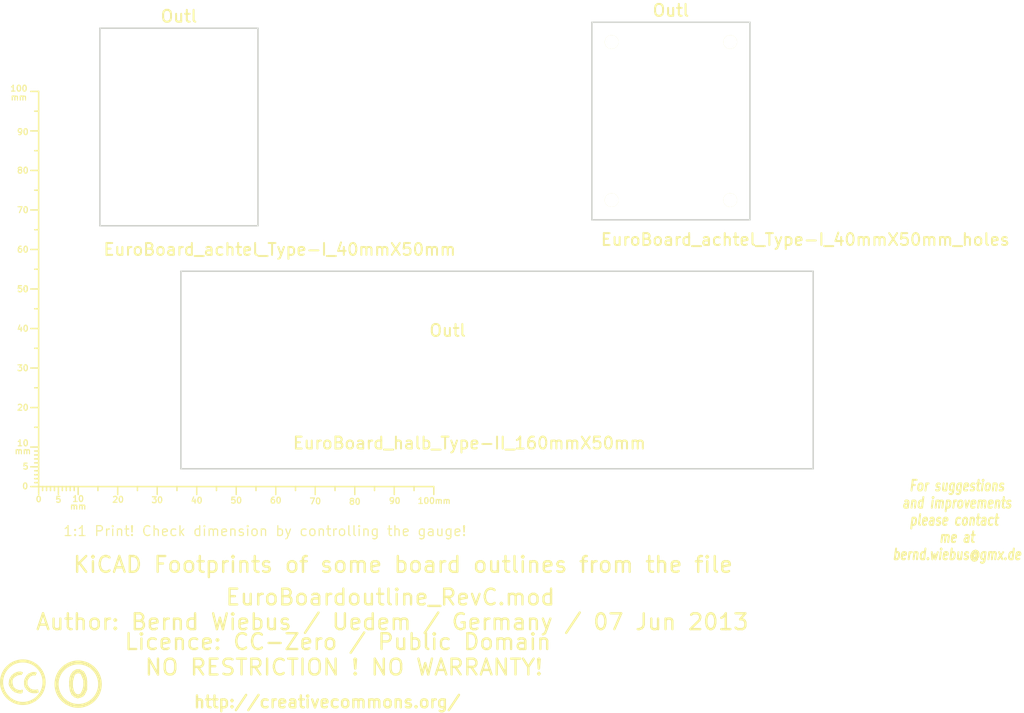
<source format=kicad_pcb>
(kicad_pcb (version 3) (host pcbnew "(2013-03-30 BZR 4007)-stable")

  (general
    (links 0)
    (no_connects 0)
    (area -16.90696 15.4963 284.55359 197.1694)
    (thickness 1.6002)
    (drawings 7)
    (tracks 0)
    (zones 0)
    (modules 6)
    (nets 1)
  )

  (page A4)
  (layers
    (15 Vorderseite signal)
    (0 Rückseite signal)
    (16 B.Adhes user)
    (17 F.Adhes user)
    (18 B.Paste user)
    (19 F.Paste user)
    (20 B.SilkS user)
    (21 F.SilkS user)
    (22 B.Mask user)
    (23 F.Mask user)
    (24 Dwgs.User user)
    (25 Cmts.User user)
    (26 Eco1.User user)
    (27 Eco2.User user)
    (28 Edge.Cuts user)
  )

  (setup
    (last_trace_width 0.2032)
    (trace_clearance 0.254)
    (zone_clearance 0.508)
    (zone_45_only no)
    (trace_min 0.2032)
    (segment_width 0.381)
    (edge_width 0.381)
    (via_size 0.889)
    (via_drill 0.635)
    (via_min_size 0.889)
    (via_min_drill 0.508)
    (uvia_size 0.508)
    (uvia_drill 0.127)
    (uvias_allowed no)
    (uvia_min_size 0.508)
    (uvia_min_drill 0.127)
    (pcb_text_width 0.3048)
    (pcb_text_size 1.524 2.032)
    (mod_edge_width 0.381)
    (mod_text_size 1.524 1.524)
    (mod_text_width 0.3048)
    (pad_size 3.50012 3.50012)
    (pad_drill 3.50012)
    (pad_to_mask_clearance 0.254)
    (aux_axis_origin 0 0)
    (visible_elements 7FFFFFFF)
    (pcbplotparams
      (layerselection 3178497)
      (usegerberextensions true)
      (excludeedgelayer true)
      (linewidth 60)
      (plotframeref false)
      (viasonmask false)
      (mode 1)
      (useauxorigin false)
      (hpglpennumber 1)
      (hpglpenspeed 20)
      (hpglpendiameter 15)
      (hpglpenoverlay 0)
      (psnegative false)
      (psa4output false)
      (plotreference true)
      (plotvalue true)
      (plotothertext true)
      (plotinvisibletext false)
      (padsonsilk false)
      (subtractmaskfromsilk false)
      (outputformat 1)
      (mirror false)
      (drillshape 1)
      (scaleselection 1)
      (outputdirectory ""))
  )

  (net 0 "")

  (net_class Default "Dies ist die voreingestellte Netzklasse."
    (clearance 0.254)
    (trace_width 0.2032)
    (via_dia 0.889)
    (via_drill 0.635)
    (uvia_dia 0.508)
    (uvia_drill 0.127)
    (add_net "")
  )

  (module EuroBoard_achtel_Type-I_40mmX50mm_holes (layer Vorderseite) (tedit 51B19E70) (tstamp 51AE1E64)
    (at 165 70.5)
    (descr "Outline, Eurocard 1/8, Type I,  40x50mm, with holes 3,5mm,")
    (tags "Outline, Eurocard 1/8, Type I, 40x50mm, with holes 3,5mm,")
    (fp_text reference Outl (at 19.99996 -52.99964) (layer F.SilkS)
      (effects (font (size 2.99974 2.99974) (thickness 0.50038)))
    )
    (fp_text value EuroBoard_achtel_Type-I_40mmX50mm_holes (at 54 5) (layer F.SilkS)
      (effects (font (size 3.00228 3.00228) (thickness 0.50038)))
    )
    (fp_line (start 0 0) (end 39.99992 0) (layer Edge.Cuts) (width 0.381))
    (fp_line (start 39.99992 0) (end 39.99992 -49.9999) (layer Edge.Cuts) (width 0.381))
    (fp_line (start 39.99992 -49.9999) (end 0 -49.9999) (layer Edge.Cuts) (width 0.381))
    (fp_line (start 0 -49.9999) (end 0 0) (layer Edge.Cuts) (width 0.381))
    (pad "" np_thru_hole circle (at 5.00126 -5.00126) (size 3.50012 3.50012) (drill 3.50012)
      (layers *.Cu *.Mask F.SilkS)
    )
    (pad "" np_thru_hole circle (at 5.00126 -45.00118) (size 3.50012 3.50012) (drill 3.50012)
      (layers *.Cu *.Mask F.SilkS)
    )
    (pad "" np_thru_hole circle (at 35.0012 -45.00118) (size 3.50012 3.50012) (drill 3.50012)
      (layers *.Cu *.Mask F.SilkS)
    )
    (pad "" np_thru_hole circle (at 35.0012 -5.00126) (size 3.50012 3.50012) (drill 3.50012)
      (layers *.Cu *.Mask F.SilkS)
    )
  )

  (module Gauge_100mm_Type2_SilkScreenTop_RevA_Date22Jun2010 (layer Vorderseite) (tedit 4D963937) (tstamp 4D88F07A)
    (at 25 138)
    (descr "Gauge, Massstab, 100mm, SilkScreenTop, Type 2,")
    (tags "Gauge, Massstab, 100mm, SilkScreenTop, Type 2,")
    (path Gauge_100mm_Type2_SilkScreenTop_RevA_Date22Jun2010)
    (fp_text reference MSC (at 4.0005 8.99922) (layer F.SilkS) hide
      (effects (font (size 1.524 1.524) (thickness 0.3048)))
    )
    (fp_text value Gauge_100mm_Type2_SilkScreenTop_RevA_Date22Jun2010 (at 45.9994 8.99922) (layer F.SilkS) hide
      (effects (font (size 1.524 1.524) (thickness 0.3048)))
    )
    (fp_text user mm (at 9.99998 5.00126) (layer F.SilkS)
      (effects (font (size 1.524 1.524) (thickness 0.3048)))
    )
    (fp_text user mm (at -4.0005 -8.99922) (layer F.SilkS)
      (effects (font (size 1.524 1.524) (thickness 0.3048)))
    )
    (fp_text user mm (at -5.00126 -98.5012) (layer F.SilkS)
      (effects (font (size 1.524 1.524) (thickness 0.3048)))
    )
    (fp_text user 10 (at 10.00506 3.0988) (layer F.SilkS)
      (effects (font (size 1.50114 1.50114) (thickness 0.29972)))
    )
    (fp_text user 0 (at 0.00508 3.19786) (layer F.SilkS)
      (effects (font (size 1.39954 1.50114) (thickness 0.29972)))
    )
    (fp_text user 5 (at 5.0038 3.29946) (layer F.SilkS)
      (effects (font (size 1.50114 1.50114) (thickness 0.29972)))
    )
    (fp_text user 20 (at 20.1041 3.29946) (layer F.SilkS)
      (effects (font (size 1.50114 1.50114) (thickness 0.29972)))
    )
    (fp_text user 30 (at 30.00502 3.39852) (layer F.SilkS)
      (effects (font (size 1.50114 1.50114) (thickness 0.29972)))
    )
    (fp_text user 40 (at 40.005 3.50012) (layer F.SilkS)
      (effects (font (size 1.50114 1.50114) (thickness 0.29972)))
    )
    (fp_text user 50 (at 50.00498 3.50012) (layer F.SilkS)
      (effects (font (size 1.50114 1.50114) (thickness 0.29972)))
    )
    (fp_text user 60 (at 60.00496 3.50012) (layer F.SilkS)
      (effects (font (size 1.50114 1.50114) (thickness 0.29972)))
    )
    (fp_text user 70 (at 70.00494 3.70078) (layer F.SilkS)
      (effects (font (size 1.50114 1.50114) (thickness 0.29972)))
    )
    (fp_text user 80 (at 80.00492 3.79984) (layer F.SilkS)
      (effects (font (size 1.50114 1.50114) (thickness 0.29972)))
    )
    (fp_text user 90 (at 90.1065 3.60172) (layer F.SilkS)
      (effects (font (size 1.50114 1.50114) (thickness 0.29972)))
    )
    (fp_text user 100mm (at 100.10648 3.60172) (layer F.SilkS)
      (effects (font (size 1.50114 1.50114) (thickness 0.29972)))
    )
    (fp_line (start 0 -8.99922) (end -1.00076 -8.99922) (layer F.SilkS) (width 0.381))
    (fp_line (start 0 -8.001) (end -1.00076 -8.001) (layer F.SilkS) (width 0.381))
    (fp_line (start 0 -7.00024) (end -1.00076 -7.00024) (layer F.SilkS) (width 0.381))
    (fp_line (start 0 -5.99948) (end -1.00076 -5.99948) (layer F.SilkS) (width 0.381))
    (fp_line (start 0 -4.0005) (end -1.00076 -4.0005) (layer F.SilkS) (width 0.381))
    (fp_line (start 0 -2.99974) (end -1.00076 -2.99974) (layer F.SilkS) (width 0.381))
    (fp_line (start 0 -1.99898) (end -1.00076 -1.99898) (layer F.SilkS) (width 0.381))
    (fp_line (start 0 -1.00076) (end -1.00076 -1.00076) (layer F.SilkS) (width 0.381))
    (fp_line (start 0 0) (end -1.99898 0) (layer F.SilkS) (width 0.381))
    (fp_line (start 0 -5.00126) (end -1.99898 -5.00126) (layer F.SilkS) (width 0.381))
    (fp_line (start 0 -9.99998) (end -1.99898 -9.99998) (layer F.SilkS) (width 0.381))
    (fp_line (start 0 -15.00124) (end -1.00076 -15.00124) (layer F.SilkS) (width 0.381))
    (fp_line (start 0 -19.99996) (end -1.99898 -19.99996) (layer F.SilkS) (width 0.381))
    (fp_line (start 0 -25.00122) (end -1.00076 -25.00122) (layer F.SilkS) (width 0.381))
    (fp_line (start 0 -29.99994) (end -1.99898 -29.99994) (layer F.SilkS) (width 0.381))
    (fp_line (start 0 -35.0012) (end -1.00076 -35.0012) (layer F.SilkS) (width 0.381))
    (fp_line (start 0 -39.99992) (end -1.99898 -39.99992) (layer F.SilkS) (width 0.381))
    (fp_line (start 0 -45.00118) (end -1.00076 -45.00118) (layer F.SilkS) (width 0.381))
    (fp_line (start 0 -49.9999) (end -1.99898 -49.9999) (layer F.SilkS) (width 0.381))
    (fp_line (start 0 -55.00116) (end -1.00076 -55.00116) (layer F.SilkS) (width 0.381))
    (fp_line (start 0 -59.99988) (end -1.99898 -59.99988) (layer F.SilkS) (width 0.381))
    (fp_line (start 0 -65.00114) (end -1.00076 -65.00114) (layer F.SilkS) (width 0.381))
    (fp_line (start 0 -69.99986) (end -1.99898 -69.99986) (layer F.SilkS) (width 0.381))
    (fp_line (start 0 -75.00112) (end -1.00076 -75.00112) (layer F.SilkS) (width 0.381))
    (fp_line (start 0 -79.99984) (end -1.99898 -79.99984) (layer F.SilkS) (width 0.381))
    (fp_line (start 0 -85.0011) (end -1.00076 -85.0011) (layer F.SilkS) (width 0.381))
    (fp_line (start 0 -89.99982) (end -1.99898 -89.99982) (layer F.SilkS) (width 0.381))
    (fp_line (start 0 -95.00108) (end -1.00076 -95.00108) (layer F.SilkS) (width 0.381))
    (fp_line (start 0 0) (end 0 -99.9998) (layer F.SilkS) (width 0.381))
    (fp_line (start 0 -99.9998) (end -1.99898 -99.9998) (layer F.SilkS) (width 0.381))
    (fp_text user 100 (at -4.99872 -100.7491) (layer F.SilkS)
      (effects (font (size 1.50114 1.50114) (thickness 0.29972)))
    )
    (fp_text user 90 (at -4.0005 -89.7509) (layer F.SilkS)
      (effects (font (size 1.50114 1.50114) (thickness 0.29972)))
    )
    (fp_text user 80 (at -4.0005 -79.99984) (layer F.SilkS)
      (effects (font (size 1.50114 1.50114) (thickness 0.29972)))
    )
    (fp_text user 70 (at -4.0005 -69.99986) (layer F.SilkS)
      (effects (font (size 1.50114 1.50114) (thickness 0.29972)))
    )
    (fp_text user 60 (at -4.0005 -59.99988) (layer F.SilkS)
      (effects (font (size 1.50114 1.50114) (thickness 0.29972)))
    )
    (fp_text user 50 (at -4.0005 -49.9999) (layer F.SilkS)
      (effects (font (size 1.50114 1.50114) (thickness 0.34036)))
    )
    (fp_text user 40 (at -4.0005 -39.99992) (layer F.SilkS)
      (effects (font (size 1.50114 1.50114) (thickness 0.29972)))
    )
    (fp_text user 30 (at -4.0005 -29.99994) (layer F.SilkS)
      (effects (font (size 1.50114 1.50114) (thickness 0.29972)))
    )
    (fp_text user 20 (at -4.0005 -19.99996) (layer F.SilkS)
      (effects (font (size 1.50114 1.50114) (thickness 0.29972)))
    )
    (fp_line (start 95.00108 0) (end 95.00108 1.00076) (layer F.SilkS) (width 0.381))
    (fp_line (start 89.99982 0) (end 89.99982 1.99898) (layer F.SilkS) (width 0.381))
    (fp_line (start 85.0011 0) (end 85.0011 1.00076) (layer F.SilkS) (width 0.381))
    (fp_line (start 79.99984 0) (end 79.99984 1.99898) (layer F.SilkS) (width 0.381))
    (fp_line (start 75.00112 0) (end 75.00112 1.00076) (layer F.SilkS) (width 0.381))
    (fp_line (start 69.99986 0) (end 69.99986 1.99898) (layer F.SilkS) (width 0.381))
    (fp_line (start 65.00114 0) (end 65.00114 1.00076) (layer F.SilkS) (width 0.381))
    (fp_line (start 59.99988 0) (end 59.99988 1.99898) (layer F.SilkS) (width 0.381))
    (fp_line (start 55.00116 0) (end 55.00116 1.00076) (layer F.SilkS) (width 0.381))
    (fp_line (start 49.9999 0) (end 49.9999 1.99898) (layer F.SilkS) (width 0.381))
    (fp_line (start 45.00118 0) (end 45.00118 1.00076) (layer F.SilkS) (width 0.381))
    (fp_line (start 39.99992 0) (end 39.99992 1.99898) (layer F.SilkS) (width 0.381))
    (fp_line (start 35.0012 0) (end 35.0012 1.00076) (layer F.SilkS) (width 0.381))
    (fp_line (start 29.99994 0) (end 29.99994 1.99898) (layer F.SilkS) (width 0.381))
    (fp_line (start 25.00122 0) (end 25.00122 1.00076) (layer F.SilkS) (width 0.381))
    (fp_line (start 19.99996 0) (end 19.99996 1.99898) (layer F.SilkS) (width 0.381))
    (fp_line (start 15.00124 0) (end 15.00124 1.00076) (layer F.SilkS) (width 0.381))
    (fp_line (start 9.99998 0) (end 99.9998 0) (layer F.SilkS) (width 0.381))
    (fp_line (start 99.9998 0) (end 99.9998 1.99898) (layer F.SilkS) (width 0.381))
    (fp_text user 5 (at -3.302 -5.10286) (layer F.SilkS)
      (effects (font (size 1.50114 1.50114) (thickness 0.29972)))
    )
    (fp_text user 0 (at -3.4036 -0.10414) (layer F.SilkS)
      (effects (font (size 1.50114 1.50114) (thickness 0.29972)))
    )
    (fp_text user 10 (at -4.0005 -11.00074) (layer F.SilkS)
      (effects (font (size 1.50114 1.50114) (thickness 0.29972)))
    )
    (fp_line (start 8.99922 0) (end 8.99922 1.00076) (layer F.SilkS) (width 0.381))
    (fp_line (start 8.001 0) (end 8.001 1.00076) (layer F.SilkS) (width 0.381))
    (fp_line (start 7.00024 0) (end 7.00024 1.00076) (layer F.SilkS) (width 0.381))
    (fp_line (start 5.99948 0) (end 5.99948 1.00076) (layer F.SilkS) (width 0.381))
    (fp_line (start 4.0005 0) (end 4.0005 1.00076) (layer F.SilkS) (width 0.381))
    (fp_line (start 2.99974 0) (end 2.99974 1.00076) (layer F.SilkS) (width 0.381))
    (fp_line (start 1.99898 0) (end 1.99898 1.00076) (layer F.SilkS) (width 0.381))
    (fp_line (start 1.00076 0) (end 1.00076 1.00076) (layer F.SilkS) (width 0.381))
    (fp_line (start 5.00126 0) (end 5.00126 1.99898) (layer F.SilkS) (width 0.381))
    (fp_line (start 0 0) (end 0 1.99898) (layer F.SilkS) (width 0.381))
    (fp_line (start 0 0) (end 9.99998 0) (layer F.SilkS) (width 0.381))
    (fp_line (start 9.99998 0) (end 9.99998 1.99898) (layer F.SilkS) (width 0.381))
  )

  (module Symbol_CC-PublicDomain_SilkScreenTop_Big (layer Vorderseite) (tedit 515D641F) (tstamp 515F0B64)
    (at 35 188)
    (descr "Symbol, CC-PublicDomain, SilkScreen Top, Big,")
    (tags "Symbol, CC-PublicDomain, SilkScreen Top, Big,")
    (path Symbol_CC-Noncommercial_CopperTop_Big)
    (fp_text reference Sym (at 0.59944 -7.29996) (layer F.SilkS) hide
      (effects (font (size 1.524 1.524) (thickness 0.3048)))
    )
    (fp_text value Symbol_CC-PublicDomain_SilkScreenTop_Big (at 0.59944 8.001) (layer F.SilkS) hide
      (effects (font (size 1.524 1.524) (thickness 0.3048)))
    )
    (fp_circle (center 0 0) (end 5.8 -0.05) (layer F.SilkS) (width 0.381))
    (fp_circle (center 0 0) (end 5.5 0) (layer F.SilkS) (width 0.381))
    (fp_circle (center 0.05 0) (end 5.25 0) (layer F.SilkS) (width 0.381))
    (fp_line (start 1.1 -2.5) (end 1.4 -1.9) (layer F.SilkS) (width 0.381))
    (fp_line (start -1.8 1.2) (end -1.6 1.9) (layer F.SilkS) (width 0.381))
    (fp_line (start -1.6 1.9) (end -1.2 2.5) (layer F.SilkS) (width 0.381))
    (fp_line (start 0 -3) (end 0.75 -2.75) (layer F.SilkS) (width 0.381))
    (fp_line (start 0.75 -2.75) (end 1 -2.25) (layer F.SilkS) (width 0.381))
    (fp_line (start 1 -2.25) (end 1.5 -1) (layer F.SilkS) (width 0.381))
    (fp_line (start 1.5 -1) (end 1.5 -0.5) (layer F.SilkS) (width 0.381))
    (fp_line (start 1.5 -0.5) (end 1.5 0.5) (layer F.SilkS) (width 0.381))
    (fp_line (start 1.5 0.5) (end 1.25 1.5) (layer F.SilkS) (width 0.381))
    (fp_line (start 1.25 1.5) (end 0.75 2.5) (layer F.SilkS) (width 0.381))
    (fp_line (start 0.75 2.5) (end 0.25 2.75) (layer F.SilkS) (width 0.381))
    (fp_line (start 0.25 2.75) (end -0.25 2.75) (layer F.SilkS) (width 0.381))
    (fp_line (start -0.25 2.75) (end -0.75 2.5) (layer F.SilkS) (width 0.381))
    (fp_line (start -0.75 2.5) (end -1.25 1.75) (layer F.SilkS) (width 0.381))
    (fp_line (start -1.25 1.75) (end -1.5 0.75) (layer F.SilkS) (width 0.381))
    (fp_line (start -1.5 0.75) (end -1.5 -0.75) (layer F.SilkS) (width 0.381))
    (fp_line (start -1.5 -0.75) (end -1.25 -1.75) (layer F.SilkS) (width 0.381))
    (fp_line (start -1.25 -1.75) (end -1 -2.5) (layer F.SilkS) (width 0.381))
    (fp_line (start -1 -2.5) (end -0.3 -2.9) (layer F.SilkS) (width 0.381))
    (fp_line (start -0.3 -2.9) (end 0.2 -3) (layer F.SilkS) (width 0.381))
    (fp_line (start 0.2 -3) (end 0.8 -3) (layer F.SilkS) (width 0.381))
    (fp_line (start 0.8 -3) (end 1.4 -2.3) (layer F.SilkS) (width 0.381))
    (fp_line (start 1.4 -2.3) (end 1.6 -1.4) (layer F.SilkS) (width 0.381))
    (fp_line (start 1.6 -1.4) (end 1.7 -0.3) (layer F.SilkS) (width 0.381))
    (fp_line (start 1.7 -0.3) (end 1.7 0.9) (layer F.SilkS) (width 0.381))
    (fp_line (start 1.7 0.9) (end 1.4 1.8) (layer F.SilkS) (width 0.381))
    (fp_line (start 1.4 1.8) (end 1 2.7) (layer F.SilkS) (width 0.381))
    (fp_line (start 1 2.7) (end 0.5 3) (layer F.SilkS) (width 0.381))
    (fp_line (start 0.5 3) (end -0.4 3) (layer F.SilkS) (width 0.381))
    (fp_line (start -0.4 3) (end -1.3 2.3) (layer F.SilkS) (width 0.381))
    (fp_line (start -1.3 2.3) (end -1.7 1) (layer F.SilkS) (width 0.381))
    (fp_line (start -1.7 1) (end -1.8 -0.7) (layer F.SilkS) (width 0.381))
    (fp_line (start -1.8 -0.7) (end -1.4 -2.2) (layer F.SilkS) (width 0.381))
    (fp_line (start -1.4 -2.2) (end -1 -2.9) (layer F.SilkS) (width 0.381))
    (fp_line (start -1 -2.9) (end -0.2 -3.3) (layer F.SilkS) (width 0.381))
    (fp_line (start -0.2 -3.3) (end 0.7 -3.2) (layer F.SilkS) (width 0.381))
    (fp_line (start 0.7 -3.2) (end 1.3 -3.1) (layer F.SilkS) (width 0.381))
    (fp_line (start 1.3 -3.1) (end 1.7 -2.4) (layer F.SilkS) (width 0.381))
    (fp_line (start 1.7 -2.4) (end 2 -1.6) (layer F.SilkS) (width 0.381))
    (fp_line (start 2 -1.6) (end 2.1 -0.6) (layer F.SilkS) (width 0.381))
    (fp_line (start 2.1 -0.6) (end 2.1 0.3) (layer F.SilkS) (width 0.381))
    (fp_line (start 2.1 0.3) (end 2.1 1.3) (layer F.SilkS) (width 0.381))
    (fp_line (start 2.1 1.3) (end 1.9 1.8) (layer F.SilkS) (width 0.381))
    (fp_line (start 1.9 1.8) (end 1.5 2.6) (layer F.SilkS) (width 0.381))
    (fp_line (start 1.5 2.6) (end 1.1 3) (layer F.SilkS) (width 0.381))
    (fp_line (start 1.1 3) (end 0.4 3.3) (layer F.SilkS) (width 0.381))
    (fp_line (start 0.4 3.3) (end -0.1 3.4) (layer F.SilkS) (width 0.381))
    (fp_line (start -0.1 3.4) (end -0.8 3.2) (layer F.SilkS) (width 0.381))
    (fp_line (start -0.8 3.2) (end -1.5 2.6) (layer F.SilkS) (width 0.381))
    (fp_line (start -1.5 2.6) (end -1.9 1.7) (layer F.SilkS) (width 0.381))
    (fp_line (start -1.9 1.7) (end -2.1 0.4) (layer F.SilkS) (width 0.381))
    (fp_line (start -2.1 0.4) (end -2.1 -0.6) (layer F.SilkS) (width 0.381))
    (fp_line (start -2.1 -0.6) (end -2 -1.6) (layer F.SilkS) (width 0.381))
    (fp_line (start -2 -1.6) (end -1.7 -2.4) (layer F.SilkS) (width 0.381))
    (fp_line (start -1.7 -2.4) (end -1.2 -3.1) (layer F.SilkS) (width 0.381))
    (fp_line (start -1.2 -3.1) (end -0.4 -3.6) (layer F.SilkS) (width 0.381))
    (fp_line (start -0.4 -3.6) (end 0.4 -3.6) (layer F.SilkS) (width 0.381))
    (fp_line (start 0.4 -3.6) (end 1.1 -3.2) (layer F.SilkS) (width 0.381))
    (fp_line (start 1.1 -3.2) (end 1.1 -2.9) (layer F.SilkS) (width 0.381))
    (fp_line (start 1.1 -2.9) (end 1.8 -1.5) (layer F.SilkS) (width 0.381))
    (fp_line (start 1.8 -1.5) (end 1.8 -0.4) (layer F.SilkS) (width 0.381))
    (fp_line (start 1.8 -0.4) (end 1.8 1.1) (layer F.SilkS) (width 0.381))
    (fp_line (start 1.8 1.1) (end 1.2 2.6) (layer F.SilkS) (width 0.381))
    (fp_line (start 1.2 2.6) (end 0.2 3.2) (layer F.SilkS) (width 0.381))
    (fp_line (start 0.2 3.2) (end -0.5 3.2) (layer F.SilkS) (width 0.381))
    (fp_line (start -0.5 3.2) (end -1.1 2.7) (layer F.SilkS) (width 0.381))
    (fp_line (start -1.1 2.7) (end -1.9 0.6) (layer F.SilkS) (width 0.381))
    (fp_line (start -1.9 0.6) (end -1.7 -1.9) (layer F.SilkS) (width 0.381))
  )

  (module Symbol_CreativeCommons_SilkScreenTop_Type2_Big (layer Vorderseite) (tedit 515D640C) (tstamp 515F46B2)
    (at 21 187.5)
    (descr "Symbol, Creative Commons, SilkScreen Top, Type 2, Big,")
    (tags "Symbol, Creative Commons, SilkScreen Top, Type 2, Big,")
    (path Symbol_CreativeCommons_CopperTop_Type2_Big)
    (fp_text reference Sym (at 0.59944 -7.29996) (layer F.SilkS) hide
      (effects (font (size 1.524 1.524) (thickness 0.3048)))
    )
    (fp_text value Symbol_CreativeCommons_Typ2_SilkScreenTop_Big (at 0.59944 8.001) (layer F.SilkS) hide
      (effects (font (size 1.524 1.524) (thickness 0.3048)))
    )
    (fp_line (start -0.70104 2.70002) (end -0.29972 2.60096) (layer F.SilkS) (width 0.381))
    (fp_line (start -0.29972 2.60096) (end -0.20066 2.10058) (layer F.SilkS) (width 0.381))
    (fp_line (start -2.49936 -1.69926) (end -2.70002 -1.6002) (layer F.SilkS) (width 0.381))
    (fp_line (start -2.70002 -1.6002) (end -3.0988 -1.00076) (layer F.SilkS) (width 0.381))
    (fp_line (start -3.0988 -1.00076) (end -3.29946 -0.50038) (layer F.SilkS) (width 0.381))
    (fp_line (start -3.29946 -0.50038) (end -3.40106 0.39878) (layer F.SilkS) (width 0.381))
    (fp_line (start -3.40106 0.39878) (end -3.29946 0.89916) (layer F.SilkS) (width 0.381))
    (fp_line (start -0.19812 2.4003) (end -0.29718 2.59842) (layer F.SilkS) (width 0.381))
    (fp_line (start 3.70078 2.10058) (end 3.79984 2.4003) (layer F.SilkS) (width 0.381))
    (fp_line (start 2.99974 -2.4003) (end 3.29946 -2.30124) (layer F.SilkS) (width 0.381))
    (fp_line (start 3.29946 -2.30124) (end 3.0988 -1.99898) (layer F.SilkS) (width 0.381))
    (fp_line (start 0 -5.40004) (end -0.50038 -5.40004) (layer F.SilkS) (width 0.381))
    (fp_line (start -0.50038 -5.40004) (end -1.30048 -5.10032) (layer F.SilkS) (width 0.381))
    (fp_line (start -1.30048 -5.10032) (end -1.99898 -4.89966) (layer F.SilkS) (width 0.381))
    (fp_line (start -1.99898 -4.89966) (end -2.70002 -4.699) (layer F.SilkS) (width 0.381))
    (fp_line (start -2.70002 -4.699) (end -3.29946 -4.20116) (layer F.SilkS) (width 0.381))
    (fp_line (start -3.29946 -4.20116) (end -4.0005 -3.59918) (layer F.SilkS) (width 0.381))
    (fp_line (start -4.0005 -3.59918) (end -4.50088 -2.99974) (layer F.SilkS) (width 0.381))
    (fp_line (start -4.50088 -2.99974) (end -5.00126 -2.10058) (layer F.SilkS) (width 0.381))
    (fp_line (start -5.00126 -2.10058) (end -5.30098 -1.09982) (layer F.SilkS) (width 0.381))
    (fp_line (start -5.30098 -1.09982) (end -5.40004 0.09906) (layer F.SilkS) (width 0.381))
    (fp_line (start -5.40004 0.09906) (end -5.19938 1.30048) (layer F.SilkS) (width 0.381))
    (fp_line (start -5.19938 1.30048) (end -4.8006 2.4003) (layer F.SilkS) (width 0.381))
    (fp_line (start -4.8006 2.4003) (end -3.79984 3.8989) (layer F.SilkS) (width 0.381))
    (fp_line (start -3.79984 3.8989) (end -2.60096 4.8006) (layer F.SilkS) (width 0.381))
    (fp_line (start -2.60096 4.8006) (end -1.30048 5.30098) (layer F.SilkS) (width 0.381))
    (fp_line (start -1.30048 5.30098) (end 0.09906 5.30098) (layer F.SilkS) (width 0.381))
    (fp_line (start 0.09906 5.30098) (end 1.6002 5.19938) (layer F.SilkS) (width 0.381))
    (fp_line (start 1.6002 5.19938) (end 2.60096 4.699) (layer F.SilkS) (width 0.381))
    (fp_line (start 2.60096 4.699) (end 4.20116 3.40106) (layer F.SilkS) (width 0.381))
    (fp_line (start 4.20116 3.40106) (end 5.00126 1.80086) (layer F.SilkS) (width 0.381))
    (fp_line (start 5.00126 1.80086) (end 5.40004 0.29972) (layer F.SilkS) (width 0.381))
    (fp_line (start 5.40004 0.29972) (end 5.19938 -1.39954) (layer F.SilkS) (width 0.381))
    (fp_line (start 5.19938 -1.39954) (end 4.699 -2.49936) (layer F.SilkS) (width 0.381))
    (fp_line (start 4.699 -2.49936) (end 3.40106 -4.09956) (layer F.SilkS) (width 0.381))
    (fp_line (start 3.40106 -4.09956) (end 2.4003 -4.8006) (layer F.SilkS) (width 0.381))
    (fp_line (start 2.4003 -4.8006) (end 1.39954 -5.19938) (layer F.SilkS) (width 0.381))
    (fp_line (start 1.39954 -5.19938) (end 0 -5.30098) (layer F.SilkS) (width 0.381))
    (fp_line (start 0.60198 -0.70104) (end 0.50292 -0.20066) (layer F.SilkS) (width 0.381))
    (fp_line (start 0.50292 -0.20066) (end 0.50292 0.49784) (layer F.SilkS) (width 0.381))
    (fp_line (start 0.50292 0.49784) (end 0.60198 1.09982) (layer F.SilkS) (width 0.381))
    (fp_line (start 0.60198 1.09982) (end 1.00076 1.69926) (layer F.SilkS) (width 0.381))
    (fp_line (start 1.00076 1.69926) (end 1.50114 2.19964) (layer F.SilkS) (width 0.381))
    (fp_line (start 1.50114 2.19964) (end 2.10058 2.49936) (layer F.SilkS) (width 0.381))
    (fp_line (start 2.10058 2.49936) (end 2.60096 2.59842) (layer F.SilkS) (width 0.381))
    (fp_line (start 2.60096 2.59842) (end 3.00228 2.59842) (layer F.SilkS) (width 0.381))
    (fp_line (start 3.00228 2.59842) (end 3.40106 2.59842) (layer F.SilkS) (width 0.381))
    (fp_line (start 3.40106 2.59842) (end 3.80238 2.49936) (layer F.SilkS) (width 0.381))
    (fp_line (start 3.80238 2.49936) (end 3.70078 2.2987) (layer F.SilkS) (width 0.381))
    (fp_line (start 3.70078 2.2987) (end 2.80162 2.4003) (layer F.SilkS) (width 0.381))
    (fp_line (start 2.80162 2.4003) (end 1.80086 2.09804) (layer F.SilkS) (width 0.381))
    (fp_line (start 1.80086 2.09804) (end 1.20142 1.6002) (layer F.SilkS) (width 0.381))
    (fp_line (start 1.20142 1.6002) (end 0.80264 0.6985) (layer F.SilkS) (width 0.381))
    (fp_line (start 0.80264 0.6985) (end 0.70104 -0.29972) (layer F.SilkS) (width 0.381))
    (fp_line (start 0.70104 -0.29972) (end 1.00076 -1.00076) (layer F.SilkS) (width 0.381))
    (fp_line (start 1.00076 -1.00076) (end 1.60274 -1.7018) (layer F.SilkS) (width 0.381))
    (fp_line (start 1.60274 -1.7018) (end 2.30124 -2.10058) (layer F.SilkS) (width 0.381))
    (fp_line (start 2.30124 -2.10058) (end 3.00228 -2.10058) (layer F.SilkS) (width 0.381))
    (fp_line (start 3.00228 -2.10058) (end 3.10134 -1.89992) (layer F.SilkS) (width 0.381))
    (fp_line (start 3.10134 -1.89992) (end 2.5019 -1.89992) (layer F.SilkS) (width 0.381))
    (fp_line (start 2.5019 -1.89992) (end 1.80086 -1.6002) (layer F.SilkS) (width 0.381))
    (fp_line (start 1.80086 -1.6002) (end 1.30048 -1.00076) (layer F.SilkS) (width 0.381))
    (fp_line (start 1.30048 -1.00076) (end 1.00076 -0.40132) (layer F.SilkS) (width 0.381))
    (fp_line (start 1.00076 -0.40132) (end 1.00076 0.09906) (layer F.SilkS) (width 0.381))
    (fp_line (start 1.00076 0.09906) (end 1.00076 0.6985) (layer F.SilkS) (width 0.381))
    (fp_line (start 1.00076 0.6985) (end 1.30048 1.19888) (layer F.SilkS) (width 0.381))
    (fp_line (start 1.30048 1.19888) (end 1.7018 1.69926) (layer F.SilkS) (width 0.381))
    (fp_line (start 1.7018 1.69926) (end 2.30124 1.99898) (layer F.SilkS) (width 0.381))
    (fp_line (start 2.30124 1.99898) (end 2.90068 2.09804) (layer F.SilkS) (width 0.381))
    (fp_line (start 2.90068 2.09804) (end 3.40106 2.09804) (layer F.SilkS) (width 0.381))
    (fp_line (start 3.40106 2.09804) (end 3.70078 1.99898) (layer F.SilkS) (width 0.381))
    (fp_line (start 3.00228 -2.4003) (end 2.40284 -2.4003) (layer F.SilkS) (width 0.381))
    (fp_line (start 2.40284 -2.4003) (end 2.00152 -2.20218) (layer F.SilkS) (width 0.381))
    (fp_line (start 2.00152 -2.20218) (end 1.50114 -2.00152) (layer F.SilkS) (width 0.381))
    (fp_line (start 1.50114 -2.00152) (end 1.10236 -1.6002) (layer F.SilkS) (width 0.381))
    (fp_line (start 1.10236 -1.6002) (end 0.80264 -1.09982) (layer F.SilkS) (width 0.381))
    (fp_line (start 0.80264 -1.09982) (end 0.60198 -0.70104) (layer F.SilkS) (width 0.381))
    (fp_line (start -0.39878 -1.99898) (end -0.89916 -1.99898) (layer F.SilkS) (width 0.381))
    (fp_line (start -0.89916 -1.99898) (end -1.39954 -1.89738) (layer F.SilkS) (width 0.381))
    (fp_line (start -1.39954 -1.89738) (end -1.89992 -1.59766) (layer F.SilkS) (width 0.381))
    (fp_line (start -1.89992 -1.59766) (end -2.4003 -1.19888) (layer F.SilkS) (width 0.381))
    (fp_line (start -2.4003 -1.30048) (end -2.70002 -0.8001) (layer F.SilkS) (width 0.381))
    (fp_line (start -2.70002 -0.8001) (end -2.79908 -0.29972) (layer F.SilkS) (width 0.381))
    (fp_line (start -2.79908 -0.29972) (end -2.79908 0.20066) (layer F.SilkS) (width 0.381))
    (fp_line (start -2.79908 0.20066) (end -2.59842 1.00076) (layer F.SilkS) (width 0.381))
    (fp_line (start -2.69748 1.00076) (end -2.39776 1.39954) (layer F.SilkS) (width 0.381))
    (fp_line (start -2.29616 1.4986) (end -1.79578 1.89992) (layer F.SilkS) (width 0.381))
    (fp_line (start -1.79578 1.89992) (end -1.29794 2.09804) (layer F.SilkS) (width 0.381))
    (fp_line (start -1.29794 2.09804) (end -0.89662 2.19964) (layer F.SilkS) (width 0.381))
    (fp_line (start -0.89662 2.19964) (end -0.49784 2.19964) (layer F.SilkS) (width 0.381))
    (fp_line (start -0.49784 2.19964) (end -0.19812 2.09804) (layer F.SilkS) (width 0.381))
    (fp_line (start -0.19812 2.09804) (end -0.29718 2.4003) (layer F.SilkS) (width 0.381))
    (fp_line (start -0.29718 2.4003) (end -0.89662 2.49936) (layer F.SilkS) (width 0.381))
    (fp_line (start -0.89662 2.49936) (end -1.59766 2.2987) (layer F.SilkS) (width 0.381))
    (fp_line (start -1.59766 2.2987) (end -2.29616 1.79832) (layer F.SilkS) (width 0.381))
    (fp_line (start -2.29616 1.79832) (end -2.79654 1.29794) (layer F.SilkS) (width 0.381))
    (fp_line (start -2.79908 1.39954) (end -2.99974 0.70104) (layer F.SilkS) (width 0.381))
    (fp_line (start -2.99974 0.70104) (end -3.0988 0) (layer F.SilkS) (width 0.381))
    (fp_line (start -3.0988 0) (end -2.99974 -0.59944) (layer F.SilkS) (width 0.381))
    (fp_line (start -2.99974 -0.8001) (end -2.70002 -1.30048) (layer F.SilkS) (width 0.381))
    (fp_line (start -2.70002 -1.09982) (end -2.19964 -1.6002) (layer F.SilkS) (width 0.381))
    (fp_line (start -2.19964 -1.69926) (end -1.69926 -1.99898) (layer F.SilkS) (width 0.381))
    (fp_line (start -1.69926 -1.99898) (end -1.19888 -2.19964) (layer F.SilkS) (width 0.381))
    (fp_line (start -1.19888 -2.19964) (end -0.6985 -2.19964) (layer F.SilkS) (width 0.381))
    (fp_line (start -0.6985 -2.19964) (end -0.29972 -2.19964) (layer F.SilkS) (width 0.381))
    (fp_line (start -0.29972 -2.19964) (end -0.20066 -2.39776) (layer F.SilkS) (width 0.381))
    (fp_line (start -0.20066 -2.39776) (end -0.59944 -2.49936) (layer F.SilkS) (width 0.381))
    (fp_line (start -0.59944 -2.49936) (end -1.00076 -2.49936) (layer F.SilkS) (width 0.381))
    (fp_line (start -1.00076 -2.49936) (end -1.4986 -2.39776) (layer F.SilkS) (width 0.381))
    (fp_line (start -1.4986 -2.39776) (end -2.10058 -2.09804) (layer F.SilkS) (width 0.381))
    (fp_line (start -2.10058 -2.09804) (end -2.59842 -1.69926) (layer F.SilkS) (width 0.381))
    (fp_line (start -2.59842 -1.6002) (end -3.0988 -0.89916) (layer F.SilkS) (width 0.381))
    (fp_line (start -3.0988 -0.89916) (end -3.29946 -0.29972) (layer F.SilkS) (width 0.381))
    (fp_line (start -3.29946 -0.29972) (end -3.29946 0.40132) (layer F.SilkS) (width 0.381))
    (fp_line (start -3.29946 0.40132) (end -3.2004 1.00076) (layer F.SilkS) (width 0.381))
    (fp_line (start -3.29946 0.8001) (end -2.99974 1.39954) (layer F.SilkS) (width 0.381))
    (fp_line (start -2.89814 1.4986) (end -2.49682 1.99898) (layer F.SilkS) (width 0.381))
    (fp_line (start -2.49682 1.99898) (end -1.89738 2.4003) (layer F.SilkS) (width 0.381))
    (fp_line (start -1.89738 2.4003) (end -1.19634 2.59842) (layer F.SilkS) (width 0.381))
    (fp_line (start -1.19634 2.59842) (end -0.69596 2.70002) (layer F.SilkS) (width 0.381))
    (fp_line (start -2.9972 1.19888) (end -2.59842 1.19888) (layer F.SilkS) (width 0.381))
    (fp_circle (center 0 0) (end 5.08 1.016) (layer F.SilkS) (width 0.381))
    (fp_circle (center 0 0) (end 5.588 0) (layer F.SilkS) (width 0.381))
  )

  (module EuroBoard_achtel_Type-I_40mmX50mm (layer Vorderseite) (tedit 51AE1AB0) (tstamp 51AE1D9B)
    (at 40.5 72)
    (descr "Outline, Eurocard 1/8, Type I,  40x50mm,")
    (tags "Outline, Eurocard 1/8, Type I, 40x50mm,")
    (fp_text reference Outl (at 19.99996 -52.99964) (layer F.SilkS)
      (effects (font (size 2.99974 2.99974) (thickness 0.50038)))
    )
    (fp_text value EuroBoard_achtel_Type-I_40mmX50mm (at 45.5 6) (layer F.SilkS)
      (effects (font (size 3.00228 3.00228) (thickness 0.50038)))
    )
    (fp_line (start 0 0) (end 39.99992 0) (layer Edge.Cuts) (width 0.381))
    (fp_line (start 39.99992 0) (end 39.99992 -49.9999) (layer Edge.Cuts) (width 0.381))
    (fp_line (start 39.99992 -49.9999) (end 0 -49.9999) (layer Edge.Cuts) (width 0.381))
    (fp_line (start 0 -49.9999) (end 0 0) (layer Edge.Cuts) (width 0.381))
  )

  (module EuroBoard_halb_Type-II_160mmX50mm (layer Vorderseite) (tedit 51AE1A7A) (tstamp 51AE1F2D)
    (at 61 133.5)
    (descr "Outline, Eurocard 1/2, Type II, 160x50mm,")
    (tags "Outline, Eurocard 1/2, Type II, 160x50mm,")
    (path EuroBoard-halb-100mmX80mm)
    (fp_text reference Outl (at 67.5 -35) (layer F.SilkS)
      (effects (font (size 2.99974 2.99974) (thickness 0.50038)))
    )
    (fp_text value EuroBoard_halb_Type-II_160mmX50mm (at 73 -6.5) (layer F.SilkS)
      (effects (font (size 3.00228 3.00228) (thickness 0.50038)))
    )
    (fp_line (start 0 0) (end 159.99968 0) (layer Edge.Cuts) (width 0.381))
    (fp_line (start 159.99968 0) (end 159.99968 -49.9999) (layer Edge.Cuts) (width 0.381))
    (fp_line (start 159.99968 -49.9999) (end 0 -49.9999) (layer Edge.Cuts) (width 0.381))
    (fp_line (start 0 -49.9999) (end 0 0) (layer Edge.Cuts) (width 0.381))
  )

  (gr_text http://creativecommons.org/ (at 98 192.5) (layer F.SilkS)
    (effects (font (size 3 3) (thickness 0.6)))
  )
  (gr_text "For suggestions\nand improvements\nplease contact \nme at\nbernd.wiebus@gmx.de" (at 257.41884 146.4691) (layer F.SilkS)
    (effects (font (size 2.70002 1.99898) (thickness 0.50038) italic))
  )
  (gr_text "1:1 Print! Check dimension by controlling the gauge!" (at 82.24882 149.25014) (layer F.SilkS)
    (effects (font (size 2.49936 2.49936) (thickness 0.29972)))
  )
  (gr_text "Licence: CC-Zero / Public Domain \nNO RESTRICTION ! NO WARRANTY!" (at 102.2501 180.50064) (layer F.SilkS)
    (effects (font (size 4.0005 4.0005) (thickness 0.59944)))
  )
  (gr_text "Author: Bernd Wiebus / Uedem / Germany / 07 Jun 2013" (at 114.50012 172.24958) (layer F.SilkS)
    (effects (font (size 4.0005 4.0005) (thickness 0.59944)))
  )
  (gr_text EuroBoardoutline_RevC.mod (at 114.00028 165.9989) (layer F.SilkS)
    (effects (font (size 4.0005 4.0005) (thickness 0.59944)))
  )
  (gr_text "KiCAD Footprints of some board outlines from the file " (at 118.75008 157.74898) (layer F.SilkS)
    (effects (font (size 4.0005 4.0005) (thickness 0.59944)))
  )

)

</source>
